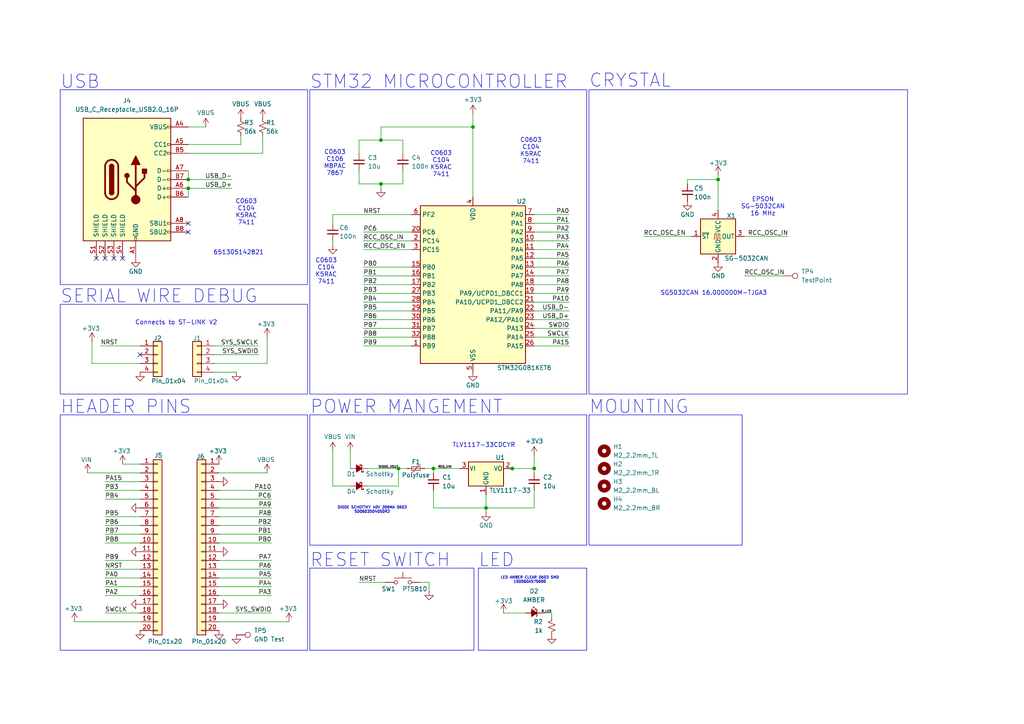
<source format=kicad_sch>
(kicad_sch (version 20231120) (generator "eeschema") (generator_version "8.0")
  (paper "A4")
  (title_block (title "RedPill STM32G0B1KET6 DevBoard") (date "2024-09-10") (rev "1.2") (company "Miguel Valencia Robotics"))
  (lib_symbols
    (symbol "Connector:TestPoint" (pin_numbers hide) (pin_names (offset 0.762) hide)
      (property "Reference" "TP" (at 0 6.858 0))
      (property "Value" "TestPoint" (at 0 5.08 0))
      (symbol "TestPoint_0_1"
        (circle (center 0 3.302) (radius 0.762))
      )
      (symbol "TestPoint_1_1"
        (pin passive line (at 0 0 90) (length 2.54) (name "1") (number "1"))
      )
    )
    (symbol "Connector:USB_C_Receptacle_USB2.0_16P" (pin_names (offset 1.016))
      (property "Reference" "J" (at 0 22.225 0))
      (property "Value" "USB_C_Receptacle_USB2.0_16P" (at 0 19.685 0))
      (symbol "USB_C_Receptacle_USB2.0_16P_0_0"
        (rectangle (start -0.254 -17.78) (end 0.254 -16.764))
        (rectangle (start 10.16 -14.986) (end 9.144 -15.494))
        (rectangle (start 10.16 -12.446) (end 9.144 -12.954))
        (rectangle (start 10.16 -4.826) (end 9.144 -5.334))
        (rectangle (start 10.16 -2.286) (end 9.144 -2.794))
        (rectangle (start 10.16 0.254) (end 9.144 -0.254))
        (rectangle (start 10.16 2.794) (end 9.144 2.286))
        (rectangle (start 10.16 7.874) (end 9.144 7.366))
        (rectangle (start 10.16 10.414) (end 9.144 9.906))
        (rectangle (start 10.16 15.494) (end 9.144 14.986))
      )
      (symbol "USB_C_Receptacle_USB2.0_16P_0_1"
        (rectangle (start -15.24 17.78) (end 10.16 -17.78) (stroke (width 0.254)) (fill (type background)))
        (arc (start -8.89 -3.81) (mid -6.985 -5.7067) (end -5.08 -3.81) (stroke (width 0.508)))
        (arc (start -7.62 -3.81) (mid -6.985 -4.4423) (end -6.35 -3.81) (stroke (width 0.254)))
        (arc (start -7.62 -3.81) (mid -6.985 -4.4423) (end -6.35 -3.81) (stroke (width 0.254)) (fill (type outline)))
        (rectangle (start -7.62 -3.81) (end -6.35 3.81) (stroke (width 0.254)) (fill (type outline)))
        (arc (start -6.35 3.81) (mid -6.985 4.4423) (end -7.62 3.81) (stroke (width 0.254)))
        (arc (start -6.35 3.81) (mid -6.985 4.4423) (end -7.62 3.81) (stroke (width 0.254)) (fill (type outline)))
        (arc (start -5.08 3.81) (mid -6.985 5.7067) (end -8.89 3.81) (stroke (width 0.508)))
        (circle (center -2.54 1.143) (radius 0.635) (stroke (width 0.254)) (fill (type outline)))
        (circle (center 0 -5.842) (radius 1.27) (fill (type outline)))
        (polyline (pts (xy -8.89 -3.81) (xy -8.89 3.81)) (stroke (width 0.508)))
        (polyline (pts (xy -5.08 3.81) (xy -5.08 -3.81)) (stroke (width 0.508)))
        (polyline (pts (xy 0 -5.842) (xy 0 4.318)) (stroke (width 0.508)))
        (polyline (pts (xy 0 -3.302) (xy -2.54 -0.762) (xy -2.54 0.508)) (stroke (width 0.508)))
        (polyline (pts (xy 0 -2.032) (xy 2.54 0.508) (xy 2.54 1.778)) (stroke (width 0.508)))
        (polyline (pts (xy -1.27 4.318) (xy 0 6.858) (xy 1.27 4.318) (xy -1.27 4.318)) (stroke (width 0.254)) (fill (type outline)))
        (rectangle (start 1.905 1.778) (end 3.175 3.048) (stroke (width 0.254)) (fill (type outline)))
      )
      (symbol "USB_C_Receptacle_USB2.0_16P_1_1"
        (pin passive line (at 0 -22.86 90) (length 5.08) (name "GND") (number "A1"))
        (pin passive line (at 0 -22.86 90) (length 5.08) hide (name "GND") (number "A12"))
        (pin passive line (at 15.24 15.24 180) (length 5.08) (name "VBUS") (number "A4"))
        (pin bidirectional line (at 15.24 10.16 180) (length 5.08) (name "CC1") (number "A5"))
        (pin bidirectional line (at 15.24 -2.54 180) (length 5.08) (name "D+") (number "A6"))
        (pin bidirectional line (at 15.24 2.54 180) (length 5.08) (name "D-") (number "A7"))
        (pin bidirectional line (at 15.24 -12.7 180) (length 5.08) (name "SBU1") (number "A8"))
        (pin passive line (at 15.24 15.24 180) (length 5.08) hide (name "VBUS") (number "A9"))
        (pin passive line (at 0 -22.86 90) (length 5.08) hide (name "GND") (number "B1"))
        (pin passive line (at 0 -22.86 90) (length 5.08) hide (name "GND") (number "B12"))
        (pin passive line (at 15.24 15.24 180) (length 5.08) hide (name "VBUS") (number "B4"))
        (pin bidirectional line (at 15.24 7.62 180) (length 5.08) (name "CC2") (number "B5"))
        (pin bidirectional line (at 15.24 -5.08 180) (length 5.08) (name "D+") (number "B6"))
        (pin bidirectional line (at 15.24 0 180) (length 5.08) (name "D-") (number "B7"))
        (pin bidirectional line (at 15.24 -15.24 180) (length 5.08) (name "SBU2") (number "B8"))
        (pin passive line (at 15.24 15.24 180) (length 5.08) hide (name "VBUS") (number "B9"))
        (pin passive line (at -11.43 -22.86 90) (length 5.08) (name "SHIELD") (number "S1"))
        (pin passive line (at -8.89 -22.86 90) (length 5.08) (name "SHIELD") (number "S2"))
        (pin passive line (at -6.35 -22.86 90) (length 5.08) (name "SHIELD") (number "S3"))
        (pin passive line (at -3.81 -22.86 90) (length 5.08) (name "SHIELD") (number "S4"))
      )
    )
    (symbol "Connector_Generic:Conn_01x04" (pin_names (offset 1.016) hide)
      (property "Reference" "J" (at 0 5.08 0))
      (property "Value" "Conn_01x04" (at 0 -7.62 0))
      (symbol "Conn_01x04_1_1"
        (rectangle (start -1.27 -4.953) (end 0 -5.207) (stroke (width 0.1524)))
        (rectangle (start -1.27 -2.413) (end 0 -2.667) (stroke (width 0.1524)))
        (rectangle (start -1.27 0.127) (end 0 -0.127) (stroke (width 0.1524)))
        (rectangle (start -1.27 2.667) (end 0 2.413) (stroke (width 0.1524)))
        (rectangle (start -1.27 3.81) (end 1.27 -6.35) (stroke (width 0.254)) (fill (type background)))
        (pin passive line (at -5.08 2.54 0) (length 3.81) (name "Pin_1") (number "1"))
        (pin passive line (at -5.08 0 0) (length 3.81) (name "Pin_2") (number "2"))
        (pin passive line (at -5.08 -2.54 0) (length 3.81) (name "Pin_3") (number "3"))
        (pin passive line (at -5.08 -5.08 0) (length 3.81) (name "Pin_4") (number "4"))
      )
    )
    (symbol "Connector_Generic:Conn_01x20" (pin_names (offset 1.016) hide)
      (property "Reference" "J" (at 0 25.4 0))
      (property "Value" "Conn_01x20" (at 0 -27.94 0))
      (symbol "Conn_01x20_1_1"
        (rectangle (start -1.27 -25.273) (end 0 -25.527) (stroke (width 0.1524)))
        (rectangle (start -1.27 -22.733) (end 0 -22.987) (stroke (width 0.1524)))
        (rectangle (start -1.27 -20.193) (end 0 -20.447) (stroke (width 0.1524)))
        (rectangle (start -1.27 -17.653) (end 0 -17.907) (stroke (width 0.1524)))
        (rectangle (start -1.27 -15.113) (end 0 -15.367) (stroke (width 0.1524)))
        (rectangle (start -1.27 -12.573) (end 0 -12.827) (stroke (width 0.1524)))
        (rectangle (start -1.27 -10.033) (end 0 -10.287) (stroke (width 0.1524)))
        (rectangle (start -1.27 -7.493) (end 0 -7.747) (stroke (width 0.1524)))
        (rectangle (start -1.27 -4.953) (end 0 -5.207) (stroke (width 0.1524)))
        (rectangle (start -1.27 -2.413) (end 0 -2.667) (stroke (width 0.1524)))
        (rectangle (start -1.27 0.127) (end 0 -0.127) (stroke (width 0.1524)))
        (rectangle (start -1.27 2.667) (end 0 2.413) (stroke (width 0.1524)))
        (rectangle (start -1.27 5.207) (end 0 4.953) (stroke (width 0.1524)))
        (rectangle (start -1.27 7.747) (end 0 7.493) (stroke (width 0.1524)))
        (rectangle (start -1.27 10.287) (end 0 10.033) (stroke (width 0.1524)))
        (rectangle (start -1.27 12.827) (end 0 12.573) (stroke (width 0.1524)))
        (rectangle (start -1.27 15.367) (end 0 15.113) (stroke (width 0.1524)))
        (rectangle (start -1.27 17.907) (end 0 17.653) (stroke (width 0.1524)))
        (rectangle (start -1.27 20.447) (end 0 20.193) (stroke (width 0.1524)))
        (rectangle (start -1.27 22.987) (end 0 22.733) (stroke (width 0.1524)))
        (rectangle (start -1.27 24.13) (end 1.27 -26.67) (stroke (width 0.254)) (fill (type background)))
        (pin passive line (at -5.08 22.86 0) (length 3.81) (name "Pin_1") (number "1"))
        (pin passive line (at -5.08 0 0) (length 3.81) (name "Pin_10") (number "10"))
        (pin passive line (at -5.08 -2.54 0) (length 3.81) (name "Pin_11") (number "11"))
        (pin passive line (at -5.08 -5.08 0) (length 3.81) (name "Pin_12") (number "12"))
        (pin passive line (at -5.08 -7.62 0) (length 3.81) (name "Pin_13") (number "13"))
        (pin passive line (at -5.08 -10.16 0) (length 3.81) (name "Pin_14") (number "14"))
        (pin passive line (at -5.08 -12.7 0) (length 3.81) (name "Pin_15") (number "15"))
        (pin passive line (at -5.08 -15.24 0) (length 3.81) (name "Pin_16") (number "16"))
        (pin passive line (at -5.08 -17.78 0) (length 3.81) (name "Pin_17") (number "17"))
        (pin passive line (at -5.08 -20.32 0) (length 3.81) (name "Pin_18") (number "18"))
        (pin passive line (at -5.08 -22.86 0) (length 3.81) (name "Pin_19") (number "19"))
        (pin passive line (at -5.08 20.32 0) (length 3.81) (name "Pin_2") (number "2"))
        (pin passive line (at -5.08 -25.4 0) (length 3.81) (name "Pin_20") (number "20"))
        (pin passive line (at -5.08 17.78 0) (length 3.81) (name "Pin_3") (number "3"))
        (pin passive line (at -5.08 15.24 0) (length 3.81) (name "Pin_4") (number "4"))
        (pin passive line (at -5.08 12.7 0) (length 3.81) (name "Pin_5") (number "5"))
        (pin passive line (at -5.08 10.16 0) (length 3.81) (name "Pin_6") (number "6"))
        (pin passive line (at -5.08 7.62 0) (length 3.81) (name "Pin_7") (number "7"))
        (pin passive line (at -5.08 5.08 0) (length 3.81) (name "Pin_8") (number "8"))
        (pin passive line (at -5.08 2.54 0) (length 3.81) (name "Pin_9") (number "9"))
      )
    )
    (symbol "Device:C_Small" (pin_numbers hide) (pin_names (offset 0.254) hide)
      (property "Reference" "C" (at 0.254 1.778 0))
      (property "Value" "C_Small" (at 0.254 -2.032 0))
      (symbol "C_Small_0_1"
        (polyline (pts (xy -1.524 -0.508) (xy 1.524 -0.508)) (stroke (width 0.3302)))
        (polyline (pts (xy -1.524 0.508) (xy 1.524 0.508)) (stroke (width 0.3048)))
      )
      (symbol "C_Small_1_1"
        (pin passive line (at 0 2.54 270) (length 2.032) (name "~") (number "1"))
        (pin passive line (at 0 -2.54 90) (length 2.032) (name "~") (number "2"))
      )
    )
    (symbol "Device:D_Schottky_Small_Filled" (pin_numbers hide) (pin_names (offset 0.254) hide)
      (property "Reference" "D" (at -1.27 2.032 0))
      (property "Value" "D_Schottky_Small_Filled" (at -7.112 -2.032 0))
      (symbol "D_Schottky_Small_Filled_0_1"
        (polyline (pts (xy -0.762 0) (xy 0.762 0)))
        (polyline (pts (xy 0.762 -1.016) (xy -0.762 0) (xy 0.762 1.016) (xy 0.762 -1.016)) (stroke (width 0.254)) (fill (type outline)))
        (polyline (pts (xy -1.27 0.762) (xy -1.27 1.016) (xy -0.762 1.016) (xy -0.762 -1.016) (xy -0.254 -1.016) (xy -0.254 -0.762)) (stroke (width 0.254)))
      )
      (symbol "D_Schottky_Small_Filled_1_1"
        (pin passive line (at -2.54 0 0) (length 1.778) (name "K") (number "1"))
        (pin passive line (at 2.54 0 180) (length 1.778) (name "A") (number "2"))
      )
    )
    (symbol "Device:LED_Small_Filled" (pin_numbers hide) (pin_names (offset 0.254) hide)
      (property "Reference" "D" (at -1.27 3.175 0))
      (property "Value" "LED_Small_Filled" (at -4.445 -2.54 0))
      (symbol "LED_Small_Filled_0_1"
        (polyline (pts (xy -0.762 -1.016) (xy -0.762 1.016)) (stroke (width 0.254)))
        (polyline (pts (xy 1.016 0) (xy -0.762 0)))
        (polyline (pts (xy 0.762 -1.016) (xy -0.762 0) (xy 0.762 1.016) (xy 0.762 -1.016)) (stroke (width 0.254)) (fill (type outline)))
        (polyline (pts (xy 0 0.762) (xy -0.508 1.27) (xy -0.254 1.27) (xy -0.508 1.27) (xy -0.508 1.016)))
        (polyline (pts (xy 0.508 1.27) (xy 0 1.778) (xy 0.254 1.778) (xy 0 1.778) (xy 0 1.524)))
      )
      (symbol "LED_Small_Filled_1_1"
        (pin passive line (at -2.54 0 0) (length 1.778) (name "K") (number "1"))
        (pin passive line (at 2.54 0 180) (length 1.778) (name "A") (number "2"))
      )
    )
    (symbol "Device:Polyfuse_Small" (pin_numbers hide) (pin_names (offset 0))
      (property "Reference" "F" (at -1.905 0 90))
      (property "Value" "Polyfuse_Small" (at 1.905 0 90))
      (symbol "Polyfuse_Small_0_1"
        (rectangle (start -0.508 1.27) (end 0.508 -1.27))
        (polyline (pts (xy 0 2.54) (xy 0 -2.54)))
        (polyline (pts (xy -1.016 1.27) (xy -1.016 0.762) (xy 1.016 -0.762) (xy 1.016 -1.27)))
      )
      (symbol "Polyfuse_Small_1_1"
        (pin passive line (at 0 2.54 270) (length 0.635) (name "~") (number "1"))
        (pin passive line (at 0 -2.54 90) (length 0.635) (name "~") (number "2"))
      )
    )
    (symbol "Device:R_Small_US" (pin_numbers hide) (pin_names (offset 0.254) hide)
      (property "Reference" "R" (at 0.762 0.508 0))
      (property "Value" "R_Small_US" (at 0.762 -1.016 0))
      (symbol "R_Small_US_1_1"
        (polyline (pts (xy 0 0) (xy 1.016 -0.381) (xy 0 -0.762) (xy -1.016 -1.143) (xy 0 -1.524)))
        (polyline (pts (xy 0 1.524) (xy 1.016 1.143) (xy 0 0.762) (xy -1.016 0.381) (xy 0 0)))
        (pin passive line (at 0 2.54 270) (length 1.016) (name "~") (number "1"))
        (pin passive line (at 0 -2.54 90) (length 1.016) (name "~") (number "2"))
      )
    )
    (symbol "MCU_ST_STM32G0:STM32G0B1KETx"
      (property "Reference" "U" (at -15.24 24.13 0))
      (property "Value" "STM32G0B1KETx" (at 2.54 24.13 0))
      (symbol "STM32G0B1KETx_0_1"
        (rectangle (start -15.24 -22.86) (end 15.24 22.86) (stroke (width 0.254)) (fill (type background)))
      )
      (symbol "STM32G0B1KETx_1_1"
        (pin bidirectional line (at -17.78 -17.78 0) (length 2.54) (name "PB9") (number "1"))
        (pin bidirectional line (at 17.78 12.7 180) (length 2.54) (name "PA3") (number "10"))
        (pin bidirectional line (at 17.78 10.16 180) (length 2.54) (name "PA4") (number "11"))
        (pin bidirectional line (at 17.78 7.62 180) (length 2.54) (name "PA5") (number "12"))
        (pin bidirectional line (at 17.78 5.08 180) (length 2.54) (name "PA6") (number "13"))
        (pin bidirectional line (at 17.78 2.54 180) (length 2.54) (name "PA7") (number "14"))
        (pin bidirectional line (at -17.78 5.08 0) (length 2.54) (name "PB0") (number "15"))
        (pin bidirectional line (at -17.78 2.54 0) (length 2.54) (name "PB1") (number "16"))
        (pin bidirectional line (at -17.78 0 0) (length 2.54) (name "PB2") (number "17"))
        (pin bidirectional line (at 17.78 0 180) (length 2.54) (name "PA8") (number "18"))
        (pin bidirectional line (at 17.78 -2.54 180) (length 2.54) (name "PA9/UCPD1_DBCC1") (number "19"))
        (pin bidirectional line (at -17.78 12.7 0) (length 2.54) (name "PC14") (number "2"))
        (pin bidirectional line (at -17.78 15.24 0) (length 2.54) (name "PC6") (number "20"))
        (pin bidirectional line (at 17.78 -5.08 180) (length 2.54) (name "PA10/UCPD1_DBCC2") (number "21"))
        (pin bidirectional line (at 17.78 -7.62 180) (length 2.54) (name "PA11/PA9") (number "22"))
        (pin bidirectional line (at 17.78 -10.16 180) (length 2.54) (name "PA12/PA10") (number "23"))
        (pin bidirectional line (at 17.78 -12.7 180) (length 2.54) (name "PA13") (number "24"))
        (pin bidirectional line (at 17.78 -15.24 180) (length 2.54) (name "PA14") (number "25"))
        (pin bidirectional line (at 17.78 -17.78 180) (length 2.54) (name "PA15") (number "26"))
        (pin bidirectional line (at -17.78 -2.54 0) (length 2.54) (name "PB3") (number "27"))
        (pin bidirectional line (at -17.78 -5.08 0) (length 2.54) (name "PB4") (number "28"))
        (pin bidirectional line (at -17.78 -7.62 0) (length 2.54) (name "PB5") (number "29"))
        (pin bidirectional line (at -17.78 10.16 0) (length 2.54) (name "PC15") (number "3"))
        (pin bidirectional line (at -17.78 -10.16 0) (length 2.54) (name "PB6") (number "30"))
        (pin bidirectional line (at -17.78 -12.7 0) (length 2.54) (name "PB7") (number "31"))
        (pin bidirectional line (at -17.78 -15.24 0) (length 2.54) (name "PB8") (number "32"))
        (pin power_in line (at 0 25.4 270) (length 2.54) (name "VDD") (number "4"))
        (pin power_in line (at 0 -25.4 90) (length 2.54) (name "VSS") (number "5"))
        (pin bidirectional line (at -17.78 20.32 0) (length 2.54) (name "PF2") (number "6"))
        (pin bidirectional line (at 17.78 20.32 180) (length 2.54) (name "PA0") (number "7"))
        (pin bidirectional line (at 17.78 17.78 180) (length 2.54) (name "PA1") (number "8"))
        (pin bidirectional line (at 17.78 15.24 180) (length 2.54) (name "PA2") (number "9"))
      )
    )
    (symbol "Mechanical:MountingHole" (pin_names (offset 1.016)) (exclude_from_sim yes) (in_bom no)
      (property "Reference" "H" (at 0 5.08 0))
      (property "Value" "MountingHole" (at 0 3.175 0))
      (symbol "MountingHole_0_1"
        (circle (center 0 0) (radius 1.27) (stroke (width 1.27)))
      )
    )
    (symbol "Oscillator:SG-5032CAN" (pin_names (offset 0.254))
      (property "Reference" "X" (at -5.08 6.35 0))
      (property "Value" "SG-5032CAN" (at 1.27 -6.35 0))
      (symbol "SG-5032CAN_0_1"
        (rectangle (start -5.08 5.08) (end 5.08 -5.08) (stroke (width 0.254)) (fill (type background)))
        (polyline (pts (xy -1.27 -0.762) (xy -1.016 -0.762) (xy -1.016 0.762) (xy -0.508 0.762) (xy -0.508 -0.762) (xy 0 -0.762) (xy 0 0.762) (xy 0.508 0.762) (xy 0.508 -0.762) (xy 0.762 -0.762)))
      )
      (symbol "SG-5032CAN_1_1"
        (pin input line (at -7.62 0 0) (length 2.54) (name "~{ST}") (number "1"))
        (pin power_in line (at 0 -7.62 90) (length 2.54) (name "GND") (number "2"))
        (pin output line (at 7.62 0 180) (length 2.54) (name "OUT") (number "3"))
        (pin power_in line (at 0 7.62 270) (length 2.54) (name "VCC") (number "4"))
      )
    )
    (symbol "Regulator_Linear:TLV1117-33" (pin_names (offset 0.254))
      (property "Reference" "U" (at -3.81 3.175 0))
      (property "Value" "TLV1117-33" (at 0 3.175 0))
      (symbol "TLV1117-33_0_1"
        (rectangle (start -5.08 -5.08) (end 5.08 1.905) (stroke (width 0.254)) (fill (type background)))
      )
      (symbol "TLV1117-33_1_1"
        (pin power_in line (at 0 -7.62 90) (length 2.54) (name "GND") (number "1"))
        (pin power_out line (at 7.62 0 180) (length 2.54) (name "VO") (number "2"))
        (pin power_in line (at -7.62 0 0) (length 2.54) (name "VI") (number "3"))
      )
    )
    (symbol "Switch:SW_Push" (pin_numbers hide) (pin_names (offset 1.016) hide)
      (property "Reference" "SW" (at 1.27 2.54 0))
      (property "Value" "SW_Push" (at 0 -1.524 0))
      (symbol "SW_Push_0_1"
        (circle (center -2.032 0) (radius 0.508))
        (polyline (pts (xy 0 1.27) (xy 0 3.048)))
        (polyline (pts (xy 2.54 1.27) (xy -2.54 1.27)))
        (circle (center 2.032 0) (radius 0.508))
        (pin passive line (at -5.08 0 0) (length 2.54) (name "1") (number "1"))
        (pin passive line (at 5.08 0 180) (length 2.54) (name "2") (number "2"))
      )
    )
    (symbol "power:+3V3" (power) (pin_numbers hide) (pin_names (offset 0) hide)
      (property "Value" "+3V3" (at 0 3.556 0))
      (symbol "+3V3_0_1"
        (polyline (pts (xy -0.762 1.27) (xy 0 2.54)))
        (polyline (pts (xy 0 0) (xy 0 2.54)))
        (polyline (pts (xy 0 2.54) (xy 0.762 1.27)))
      )
      (symbol "+3V3_1_1"
        (pin power_in line (at 0 0 90) (length 0) (name "~") (number "1"))
      )
    )
    (symbol "power:GND" (power) (pin_numbers hide) (pin_names (offset 0) hide)
      (property "Value" "GND" (at 0 -3.81 0))
      (symbol "GND_0_1"
        (polyline (pts (xy 0 0) (xy 0 -1.27) (xy 1.27 -1.27) (xy 0 -2.54) (xy -1.27 -1.27) (xy 0 -1.27)))
      )
      (symbol "GND_1_1"
        (pin power_in line (at 0 0 270) (length 0) (name "~") (number "1"))
      )
    )
  )
  (junction (at 110.49 53.34))
  (junction (at 140.97 147.32))
  (junction (at 148.59 135.89))
  (junction (at 154.94 135.89))
  (junction (at 125.73 135.89))
  (junction (at 54.61 52.07))
  (junction (at 208.28 52.07))
  (junction (at 137.16 36.83))
  (junction (at 115.57 135.89))
  (junction (at 54.61 54.61))
  (junction (at 110.49 40.64))
  (no_connect (at 40.64 102.87))
  (no_connect (at 54.61 64.77))
  (no_connect (at 35.56 74.93))
  (no_connect (at 27.94 74.93))
  (no_connect (at 54.61 67.31))
  (no_connect (at 33.02 74.93))
  (no_connect (at 30.48 74.93))
  (wire (pts (xy 63.5 152.4) (xy 78.74 152.4)))
  (wire (pts (xy 148.59 135.89) (xy 154.94 135.89)))
  (wire (pts (xy 154.94 142.24) (xy 154.94 147.32)))
  (wire (pts (xy 62.23 102.87) (xy 74.93 102.87)))
  (wire (pts (xy 62.23 105.41) (xy 77.47 105.41)))
  (wire (pts (xy 165.1 82.55) (xy 154.94 82.55)))
  (wire (pts (xy 105.41 90.17) (xy 119.38 90.17)))
  (wire (pts (xy 105.41 92.71) (xy 119.38 92.71)))
  (wire (pts (xy 115.57 140.97) (xy 115.57 135.89)))
  (wire (pts (xy 154.94 64.77) (xy 165.1 64.77)))
  (wire (pts (xy 104.14 40.64) (xy 110.49 40.64)))
  (wire (pts (xy 110.49 54.61) (xy 110.49 53.34)))
  (wire (pts (xy 116.84 49.53) (xy 116.84 53.34)))
  (wire (pts (xy 154.94 85.09) (xy 165.1 85.09)))
  (wire (pts (xy 105.41 80.01) (xy 119.38 80.01)))
  (wire (pts (xy 146.05 177.8) (xy 152.4 177.8)))
  (wire (pts (xy 29.21 100.33) (xy 40.64 100.33)))
  (wire (pts (xy 30.48 149.86) (xy 40.64 149.86)))
  (wire (pts (xy 63.5 165.1) (xy 78.74 165.1)))
  (wire (pts (xy 140.97 148.59) (xy 140.97 147.32)))
  (wire (pts (xy 105.41 95.25) (xy 119.38 95.25)))
  (wire (pts (xy 115.57 135.89) (xy 118.11 135.89)))
  (wire (pts (xy 105.41 67.31) (xy 119.38 67.31)))
  (wire (pts (xy 54.61 54.61) (xy 67.31 54.61)))
  (wire (pts (xy 26.67 105.41) (xy 40.64 105.41)))
  (wire (pts (xy 137.16 33.02) (xy 137.16 36.83)))
  (wire (pts (xy 105.41 69.85) (xy 119.38 69.85)))
  (wire (pts (xy 54.61 49.53) (xy 54.61 52.07)))
  (wire (pts (xy 30.48 157.48) (xy 40.64 157.48)))
  (wire (pts (xy 140.97 147.32) (xy 154.94 147.32)))
  (wire (pts (xy 63.5 177.8) (xy 78.74 177.8)))
  (wire (pts (xy 77.47 97.79) (xy 77.47 105.41)))
  (wire (pts (xy 74.93 100.33) (xy 62.23 100.33)))
  (wire (pts (xy 54.61 41.91) (xy 69.85 41.91)))
  (wire (pts (xy 105.41 85.09) (xy 119.38 85.09)))
  (wire (pts (xy 228.6 68.58) (xy 215.9 68.58)))
  (wire (pts (xy 68.58 107.95) (xy 62.23 107.95)))
  (wire (pts (xy 165.1 62.23) (xy 154.94 62.23)))
  (wire (pts (xy 21.59 180.34) (xy 40.64 180.34)))
  (wire (pts (xy 125.73 135.89) (xy 125.73 137.16)))
  (wire (pts (xy 110.49 53.34) (xy 104.14 53.34)))
  (wire (pts (xy 30.48 139.7) (xy 40.64 139.7)))
  (wire (pts (xy 165.1 74.93) (xy 154.94 74.93)))
  (wire (pts (xy 105.41 72.39) (xy 119.38 72.39)))
  (wire (pts (xy 154.94 97.79) (xy 165.1 97.79)))
  (wire (pts (xy 154.94 90.17) (xy 165.1 90.17)))
  (wire (pts (xy 165.1 69.85) (xy 154.94 69.85)))
  (wire (pts (xy 96.52 71.12) (xy 96.52 69.85)))
  (wire (pts (xy 26.67 105.41) (xy 26.67 99.06)))
  (wire (pts (xy 160.02 177.8) (xy 160.02 179.07)))
  (wire (pts (xy 78.74 142.24) (xy 63.5 142.24)))
  (wire (pts (xy 54.61 52.07) (xy 67.31 52.07)))
  (wire (pts (xy 104.14 53.34) (xy 104.14 49.53)))
  (wire (pts (xy 123.19 135.89) (xy 125.73 135.89)))
  (wire (pts (xy 30.48 152.4) (xy 40.64 152.4)))
  (wire (pts (xy 125.73 142.24) (xy 125.73 147.32)))
  (wire (pts (xy 110.49 36.83) (xy 137.16 36.83)))
  (wire (pts (xy 30.48 165.1) (xy 40.64 165.1)))
  (wire (pts (xy 83.82 180.34) (xy 63.5 180.34)))
  (wire (pts (xy 69.85 41.91) (xy 69.85 39.37)))
  (wire (pts (xy 101.6 135.89) (xy 101.6 130.81)))
  (wire (pts (xy 96.52 62.23) (xy 119.38 62.23)))
  (wire (pts (xy 140.97 147.32) (xy 140.97 143.51)))
  (wire (pts (xy 63.5 167.64) (xy 78.74 167.64)))
  (wire (pts (xy 165.1 72.39) (xy 154.94 72.39)))
  (wire (pts (xy 154.94 95.25) (xy 165.1 95.25)))
  (wire (pts (xy 30.48 142.24) (xy 40.64 142.24)))
  (wire (pts (xy 63.5 170.18) (xy 78.74 170.18)))
  (wire (pts (xy 125.73 135.89) (xy 133.35 135.89)))
  (wire (pts (xy 76.2 39.37) (xy 76.2 44.45)))
  (wire (pts (xy 106.68 140.97) (xy 115.57 140.97)))
  (wire (pts (xy 96.52 130.81) (xy 96.52 140.97)))
  (wire (pts (xy 154.94 132.08) (xy 154.94 135.89)))
  (wire (pts (xy 59.69 36.83) (xy 54.61 36.83)))
  (wire (pts (xy 208.28 50.8) (xy 208.28 52.07)))
  (wire (pts (xy 116.84 40.64) (xy 116.84 44.45)))
  (wire (pts (xy 63.5 154.94) (xy 78.74 154.94)))
  (wire (pts (xy 106.68 135.89) (xy 115.57 135.89)))
  (wire (pts (xy 63.5 147.32) (xy 78.74 147.32)))
  (wire (pts (xy 63.5 162.56) (xy 78.74 162.56)))
  (wire (pts (xy 186.69 68.58) (xy 200.66 68.58)))
  (wire (pts (xy 154.94 92.71) (xy 165.1 92.71)))
  (wire (pts (xy 154.94 67.31) (xy 165.1 67.31)))
  (wire (pts (xy 25.4 137.16) (xy 40.64 137.16)))
  (wire (pts (xy 105.41 77.47) (xy 119.38 77.47)))
  (wire (pts (xy 63.5 149.86) (xy 78.74 149.86)))
  (wire (pts (xy 154.94 135.89) (xy 154.94 137.16)))
  (wire (pts (xy 105.41 87.63) (xy 119.38 87.63)))
  (wire (pts (xy 30.48 162.56) (xy 40.64 162.56)))
  (wire (pts (xy 30.48 172.72) (xy 40.64 172.72)))
  (wire (pts (xy 63.5 172.72) (xy 78.74 172.72)))
  (wire (pts (xy 208.28 52.07) (xy 208.28 60.96)))
  (wire (pts (xy 105.41 97.79) (xy 119.38 97.79)))
  (wire (pts (xy 124.46 168.91) (xy 121.92 168.91)))
  (wire (pts (xy 165.1 80.01) (xy 154.94 80.01)))
  (wire (pts (xy 208.28 52.07) (xy 199.39 52.07)))
  (wire (pts (xy 63.5 157.48) (xy 78.74 157.48)))
  (wire (pts (xy 35.56 134.62) (xy 40.64 134.62)))
  (wire (pts (xy 137.16 36.83) (xy 137.16 57.15)))
  (wire (pts (xy 110.49 40.64) (xy 110.49 36.83)))
  (wire (pts (xy 124.46 171.45) (xy 124.46 168.91)))
  (wire (pts (xy 165.1 77.47) (xy 154.94 77.47)))
  (wire (pts (xy 30.48 144.78) (xy 40.64 144.78)))
  (wire (pts (xy 63.5 144.78) (xy 78.74 144.78)))
  (wire (pts (xy 165.1 87.63) (xy 154.94 87.63)))
  (wire (pts (xy 105.41 82.55) (xy 119.38 82.55)))
  (wire (pts (xy 30.48 154.94) (xy 40.64 154.94)))
  (wire (pts (xy 96.52 140.97) (xy 101.6 140.97)))
  (wire (pts (xy 157.48 177.8) (xy 160.02 177.8)))
  (wire (pts (xy 147.32 135.89) (xy 148.59 135.89)))
  (wire (pts (xy 199.39 52.07) (xy 199.39 53.34)))
  (wire (pts (xy 215.9 80.01) (xy 227.33 80.01)))
  (wire (pts (xy 30.48 177.8) (xy 40.64 177.8)))
  (wire (pts (xy 125.73 147.32) (xy 140.97 147.32)))
  (wire (pts (xy 76.2 44.45) (xy 54.61 44.45)))
  (wire (pts (xy 30.48 170.18) (xy 40.64 170.18)))
  (wire (pts (xy 54.61 54.61) (xy 54.61 57.15)))
  (wire (pts (xy 104.14 168.91) (xy 111.76 168.91)))
  (wire (pts (xy 116.84 53.34) (xy 110.49 53.34)))
  (wire (pts (xy 96.52 64.77) (xy 96.52 62.23)))
  (wire (pts (xy 105.41 100.33) (xy 119.38 100.33)))
  (wire (pts (xy 110.49 40.64) (xy 116.84 40.64)))
  (wire (pts (xy 30.48 167.64) (xy 40.64 167.64)))
  (wire (pts (xy 165.1 100.33) (xy 154.94 100.33)))
  (wire (pts (xy 104.14 44.45) (xy 104.14 40.64)))
  (wire (pts (xy 63.5 137.16) (xy 77.47 137.16)))
  (rectangle (start 89.8525 164.7825) (end 137.4775 188.595))
  (rectangle (start 17.4625 88.265) (end 89.2175 114.3))
  (rectangle (start 17.4625 120.3325) (end 89.2175 188.595))
  (rectangle (start 89.8525 26.035) (end 170.18 114.3))
  (rectangle (start 89.8525 120.3325) (end 170.18 158.115))
  (rectangle (start 138.7475 164.7825) (end 170.18 188.595))
  (rectangle (start 170.815 26.035) (end 263.2075 114.3))
  (rectangle (start 170.815 120.3325) (end 215.265 158.115))
  (rectangle (start 17.4625 26.035) (end 89.2175 82.55))
  (text "651305142821" (at 69.215 73.3425 0) (effects (font (size 1.27 1.27))))
  (text "Connects to ST-LINK V2" (at 51.1175 93.6625 0) (effects (font (size 1.27 1.27))))
  (text "MOUNTING" (at 170.815 120.3325 0) (effects (font (size 3.81 3.81)) (justify left bottom)))
  (text "LED AMBER CLEAR 0603 SMD\n150060AS75000" (at 153.67 168.275 0) (effects (font (size 0.762 0.762))))
  (text "STM32 MICROCONTROLLER" (at 89.8525 26.035 0) (effects (font (size 3.81 3.81)) (justify left bottom)))
  (text "SG5032CAN 16.000000M-TJGA3" (at 207.01 85.09 0) (effects (font (size 1.27 1.27))))
  (text "SERIAL WIRE DEBUG" (at 17.4625 88.265 0) (effects (font (size 3.81 3.81)) (justify left bottom)))
  (text "DIODE SCHOTTKY 40V 200MA 0603\nSD0603S040S0R2" (at 107.95 147.955 0) (effects (font (size 0.762 0.762))))
  (text "EPSON\nSG-5032CAN\n16 MHz" (at 221.2975 60.0075 0) (effects (font (size 1.27 1.27))))
  (text "RESET SWITCH" (at 89.8525 164.7825 0) (effects (font (size 3.81 3.81)) (justify left bottom)))
  (text "USB" (at 17.4625 26.035 0) (effects (font (size 3.81 3.81)) (justify left bottom)))
  (text "C0603\nC104\nK5RAC\n7411" (at 127.9525 47.625 0) (effects (font (size 1.27 1.27))))
  (text "TLV1117-33CDCYR" (at 140.335 129.2225 0) (effects (font (size 1.27 1.27))))
  (text "CRYSTAL" (at 170.815 25.7175 0) (effects (font (size 3.81 3.81)) (justify left bottom)))
  (text "HEADER PINS" (at 17.4625 120.3325 0) (effects (font (size 3.81 3.81)) (justify left bottom)))
  (text "POWER MANGEMENT" (at 89.8525 120.3325 0) (effects (font (size 3.81 3.81)) (justify left bottom)))
  (text "C0603\nC104\nK5RAC\n7411" (at 94.615 78.74 0) (effects (font (size 1.27 1.27))))
  (text "C0603\nC106\nM8PAC\n7867" (at 97.155 47.3075 0) (effects (font (size 1.27 1.27))))
  (text "C0603\nC104\nK5RAC\n7411" (at 153.9875 43.815 0) (effects (font (size 1.27 1.27))))
  (text "LED" (at 138.7475 164.7825 0) (effects (font (size 3.81 3.81)) (justify left bottom)))
  (text "C0603\nC104\nK5RAC\n7411" (at 71.4375 61.595 0) (effects (font (size 1.27 1.27))))
  (label "USB_D-" (at 165.1 90.17 180))
  (label "PB9" (at 105.41 100.33 0))
  (label "PA7" (at 165.1 80.01 180))
  (label "PA0" (at 30.48 167.64 0))
  (label "PB6" (at 30.48 152.4 0))
  (label "PB8" (at 105.41 97.79 0))
  (label "PB3" (at 30.48 142.24 0))
  (label "PB5" (at 30.48 149.86 0))
  (label "PA7" (at 78.74 162.56 180))
  (label "PB5" (at 105.41 90.17 0))
  (label "SYS_SWDIO" (at 74.93 102.87 180))
  (label "PA5" (at 165.1 74.93 180))
  (label "PA1" (at 165.1 64.77 180))
  (label "PB2" (at 105.41 82.55 0))
  (label "USB_D+" (at 165.1 92.71 180))
  (label "PC6" (at 78.74 144.78 180))
  (label "RCC_OSC_IN" (at 105.41 69.85 0))
  (label "PA2" (at 30.48 172.72 0))
  (label "PA10" (at 78.74 142.24 180))
  (label "PA9" (at 78.74 147.32 180))
  (label "SYS_SWDIO" (at 78.74 177.8 180))
  (label "PB6" (at 105.41 92.71 0))
  (label "PA10" (at 165.1 87.63 180))
  (label "PB3" (at 105.41 85.09 0))
  (label "PA6" (at 165.1 77.47 180))
  (label "PA8" (at 165.1 82.55 180))
  (label "SWCLK" (at 30.48 177.8 0))
  (label "PA3" (at 78.74 172.72 180))
  (label "NRST" (at 105.41 62.23 0))
  (label "NRST" (at 30.48 165.1 0))
  (label "USB_D-" (at 67.31 52.07 180))
  (label "PA1" (at 30.48 170.18 0))
  (label "PB1" (at 78.74 154.94 180))
  (label "RCC_OSC_IN" (at 228.6 68.58 180))
  (label "PB7" (at 30.48 154.94 0))
  (label "PA3" (at 165.1 69.85 180))
  (label "SYS_SWCLK" (at 74.93 100.33 180))
  (label "PB4" (at 105.41 87.63 0))
  (label "RCC_OSC_IN" (at 215.9 80.01 0))
  (label "PA4" (at 165.1 72.39 180))
  (label "RCC_OSC_EN" (at 186.69 68.58 0))
  (label "PA6" (at 78.74 165.1 180))
  (label "PB8" (at 30.48 157.48 0))
  (label "PB9" (at 30.48 162.56 0))
  (label "PB0" (at 78.74 157.48 180))
  (label "PA15" (at 30.48 139.7 0))
  (label "PB1" (at 105.41 80.01 0))
  (label "PB0" (at 105.41 77.47 0))
  (label "PC6" (at 105.41 67.31 0))
  (label "PA4" (at 78.74 170.18 180))
  (label "PA2" (at 165.1 67.31 180))
  (label "RCC_OSC_EN" (at 105.41 72.39 0))
  (label "USB_D+" (at 67.31 54.61 180))
  (label "REG_VIN" (at 127 135.89 0) (effects (font (size 0.635 0.635))))
  (label "NRST" (at 29.21 100.33 0))
  (label "PB2" (at 78.74 152.4 180))
  (label "PB4" (at 30.48 144.78 0))
  (label "R_LED" (at 160.02 177.8 180) (effects (font (size 0.635 0.635))))
  (label "PB7" (at 105.41 95.25 0))
  (label "PA0" (at 165.1 62.23 180))
  (label "PA15" (at 165.1 100.33 180))
  (label "PA9" (at 165.1 85.09 180))
  (label "SWCLK" (at 165.1 97.79 180))
  (label "DIODE_VOUT" (at 115.57 135.89 180) (effects (font (size 0.635 0.635))))
  (label "SWDIO" (at 165.1 95.25 180))
  (label "PA5" (at 78.74 167.64 180))
  (label "PA8" (at 78.74 149.86 180))
  (label "NRST" (at 104.14 168.91 0))
  (symbol (lib_id "Connector_Generic:Conn_01x20") (at 58.42 157.48 0) (mirror y) (unit 1)
    (property "Reference" "J6" (at 59.3725 132.3975 0) (effects (justify left)))
    (property "Value" "Pin_01x20" (at 55.5625 186.055 0) (effects (justify right)))
    (property "Footprint" "Connector_PinHeader_2.54mm:PinHeader_1x20_P2.54mm_Vertical" (effects (hide yes)))
    (property "Description" "Generic connector, single row, 01x20, script generated (kicad-library-utils/schlib/autogen/connector/)" (effects (hide yes)))
  )
  (symbol (lib_id "Device:LED_Small_Filled") (at 154.94 177.8 0) (mirror y) (unit 1)
    (property "Reference" "D2" (at 154.8765 171.45 0))
    (property "Value" "AMBER" (at 154.8765 173.99 0))
    (property "Footprint" "LED_SMD:LED_0603_1608Metric_Pad1.05x0.95mm_HandSolder" (effects (hide yes)))
    (property "Description" "Light emitting diode, small symbol, filled shape" (effects (hide yes)))
  )
  (symbol (lib_id "power:+3V3") (at 26.67 99.06 0) (unit 1)
    (property "Reference" "#PWR035" (effects (hide yes)))
    (property "Value" "+3V3" (at 26.3525 95.25 0))
    (property "Description" "Power symbol creates a global label with name \"+3V3\"" (effects (hide yes)))
  )
  (symbol (lib_id "Connector:TestPoint") (at 68.58 184.15 270) (unit 1)
    (property "Reference" "TP5" (at 73.66 182.8799 90) (effects (justify left)))
    (property "Value" "GND Test" (at 73.66 185.4199 90) (effects (justify left)))
    (property "Footprint" "TestPoint:TestPoint_THTPad_D4.0mm_Drill2.0mm" (effects (hide yes)))
    (property "Description" "test point" (effects (hide yes)))
  )
  (symbol (lib_id "power:GND") (at 40.64 175.26 270) (unit 1)
    (property "Reference" "#PWR02" (effects (hide yes)))
    (property "Value" "GND" (effects (hide yes)))
    (property "Description" "Power symbol creates a global label with name \"GND\" , ground" (effects (hide yes)))
  )
  (symbol (lib_id "power:+3V3") (at 25.4 137.16 0) (unit 1)
    (property "Reference" "#PWR08" (effects (hide yes)))
    (property "Value" "VIN" (at 25.0825 133.35 0))
    (property "Description" "Power symbol creates a global label with name \"+3V3\"" (effects (hide yes)))
  )
  (symbol (lib_id "power:GND") (at 40.64 147.32 270) (unit 1)
    (property "Reference" "#PWR037" (effects (hide yes)))
    (property "Value" "GND" (effects (hide yes)))
    (property "Description" "Power symbol creates a global label with name \"GND\" , ground" (effects (hide yes)))
  )
  (symbol (lib_id "Connector:USB_C_Receptacle_USB2.0_16P") (at 39.37 52.07 0) (unit 1)
    (property "Reference" "J4" (at 36.83 29.21 0))
    (property "Value" "USB_C_Receptacle_USB2.0_16P" (at 36.83 31.75 0))
    (property "Footprint" "Connector_USB:USB_C_Receptacle_GCT_USB4105-xx-A_16P_TopMnt_Horizontal" (effects (hide yes)))
    (property "Datasheet" "https://www.usb.org/sites/default/files/documents/usb_type-c.zip" (effects (hide yes)))
    (property "Description" "USB 2.0-only 16P Type-C Receptacle connector" (effects (hide yes)))
  )
  (symbol (lib_id "Mechanical:MountingHole") (at 175.26 130.81 0) (unit 1) (exclude_from_sim yes) (in_bom no)
    (property "Reference" "H1" (at 177.8 129.5399 0) (effects (justify left)))
    (property "Value" "M2_2.2mm_TL" (at 177.8 132.0799 0) (effects (justify left)))
    (property "Footprint" "MountingHole:MountingHole_2.2mm_M2" (effects (hide yes)))
    (property "Description" "Mounting Hole without connection" (effects (hide yes)))
  )
  (symbol (lib_id "Device:C_Small") (at 154.94 139.7 0) (unit 1)
    (property "Reference" "C2" (at 157.48 138.4362 0) (effects (justify left)))
    (property "Value" "10u" (at 157.48 140.9762 0) (effects (justify left)))
    (property "Footprint" "Capacitor_SMD:C_0603_1608Metric_Pad1.08x0.95mm_HandSolder" (effects (hide yes)))
    (property "Description" "Unpolarized capacitor, small symbol" (effects (hide yes)))
  )
  (symbol (lib_id "power:GND") (at 63.5 139.7 90) (unit 1)
    (property "Reference" "#PWR018" (effects (hide yes)))
    (property "Value" "GND" (effects (hide yes)))
    (property "Description" "Power symbol creates a global label with name \"GND\" , ground" (effects (hide yes)))
  )
  (symbol (lib_id "power:GND") (at 160.02 184.15 0) (mirror y) (unit 1)
    (property "Reference" "#PWR030" (effects (hide yes)))
    (property "Value" "GND" (effects (hide yes)))
    (property "Description" "Power symbol creates a global label with name \"GND\" , ground" (effects (hide yes)))
  )
  (symbol (lib_id "power:GND") (at 68.58 184.15 0) (unit 1)
    (property "Reference" "#PWR010" (effects (hide yes)))
    (property "Value" "GND" (effects (hide yes)))
    (property "Description" "Power symbol creates a global label with name \"GND\" , ground" (effects (hide yes)))
  )
  (symbol (lib_id "power:+3V3") (at 35.56 134.62 0) (unit 1)
    (property "Reference" "#PWR09" (effects (hide yes)))
    (property "Value" "+3V3" (at 35.2425 130.81 0))
    (property "Description" "Power symbol creates a global label with name \"+3V3\"" (effects (hide yes)))
  )
  (symbol (lib_id "power:+3V3") (at 96.52 130.81 0) (unit 1)
    (property "Reference" "#PWR029" (effects (hide yes)))
    (property "Value" "VBUS" (at 96.52 126.6825 0))
    (property "Description" "Power symbol creates a global label with name \"+3V3\"" (effects (hide yes)))
  )
  (symbol (lib_id "Device:R_Small_US") (at 69.85 36.83 180) (unit 1)
    (property "Reference" "R3" (at 70.8025 35.56 0) (effects (justify right)))
    (property "Value" "56k" (at 70.8025 38.1 0) (effects (justify right)))
    (property "Footprint" "Resistor_SMD:R_1206_3216Metric" (effects (hide yes)))
    (property "Description" "Resistor, small US symbol" (effects (hide yes)))
  )
  (symbol (lib_id "Device:R_Small_US") (at 76.2 36.83 180) (unit 1)
    (property "Reference" "R1" (at 77.1525 35.56 0) (effects (justify right)))
    (property "Value" "56k" (at 77.1525 38.1 0) (effects (justify right)))
    (property "Footprint" "Resistor_SMD:R_1206_3216Metric" (effects (hide yes)))
    (property "Description" "Resistor, small US symbol" (effects (hide yes)))
  )
  (symbol (lib_id "power:GND") (at 40.64 182.88 0) (unit 1)
    (property "Reference" "#PWR032" (effects (hide yes)))
    (property "Value" "GND" (effects (hide yes)))
    (property "Description" "Power symbol creates a global label with name \"GND\" , ground" (effects (hide yes)))
  )
  (symbol (lib_id "Device:R_Small_US") (at 160.02 181.61 0) (mirror x) (unit 1)
    (property "Reference" "R2" (at 157.48 180.3399 0) (effects (justify right)))
    (property "Value" "1k" (at 157.48 182.8799 0) (effects (justify right)))
    (property "Footprint" "Resistor_SMD:R_0603_1608Metric_Pad0.98x0.95mm_HandSolder" (effects (hide yes)))
    (property "Description" "Resistor, small US symbol" (effects (hide yes)))
  )
  (symbol (lib_id "power:+3V3") (at 101.6 130.81 0) (unit 1)
    (property "Reference" "#PWR07" (effects (hide yes)))
    (property "Value" "VIN" (at 101.6 126.6825 0))
    (property "Description" "Power symbol creates a global label with name \"+3V3\"" (effects (hide yes)))
  )
  (symbol (lib_id "power:+3V3") (at 76.2 34.29 0) (unit 1)
    (property "Reference" "#PWR013" (effects (hide yes)))
    (property "Value" "VBUS" (at 76.2 30.1625 0))
    (property "Description" "Power symbol creates a global label with name \"+3V3\"" (effects (hide yes)))
  )
  (symbol (lib_id "Connector:TestPoint") (at 227.33 80.01 270) (unit 1)
    (property "Reference" "TP4" (at 232.41 78.7399 90) (effects (justify left)))
    (property "Value" "TestPoint" (at 232.41 81.2799 90) (effects (justify left)))
    (property "Footprint" "TestPoint:TestPoint_THTPad_D1.0mm_Drill0.5mm" (effects (hide yes)))
    (property "Description" "test point" (effects (hide yes)))
  )
  (symbol (lib_id "MCU_ST_STM32G0:STM32G0B1KETx") (at 137.16 82.55 0) (unit 1)
    (property "Reference" "U2" (at 149.86 58.42 0) (effects (justify left)))
    (property "Value" "STM32G0B1KET6" (at 144.145 106.68 0) (effects (justify left)))
    (property "Footprint" "Package_QFP:LQFP-32_7x7mm_P0.8mm" (effects (hide yes)))
    (property "Datasheet" "https://www.st.com/resource/en/datasheet/stm32g0b1ke.pdf" (effects (hide yes)))
    (property "Description" "STMicroelectronics Arm Cortex-M0+ MCU, 512KB flash, 144KB RAM, 64 MHz, 1.7-3.6V, 30 GPIO, LQFP32" (effects (hide yes)))
  )
  (symbol (lib_id "power:GND") (at 63.5 175.26 90) (unit 1)
    (property "Reference" "#PWR021" (effects (hide yes)))
    (property "Value" "GND" (effects (hide yes)))
    (property "Description" "Power symbol creates a global label with name \"GND\" , ground" (effects (hide yes)))
  )
  (symbol (lib_id "Switch:SW_Push") (at 116.84 168.91 0) (unit 1)
    (property "Reference" "SW1" (at 112.7125 170.815 0))
    (property "Value" "PTS810" (at 120.3325 170.815 0))
    (property "Footprint" "Button_Switch_SMD:SW_SPST_PTS810" (effects (hide yes)))
    (property "Description" "Push button switch, generic, two pins" (effects (hide yes)))
  )
  (symbol (lib_id "power:+3V3") (at 208.28 50.8 0) (unit 1)
    (property "Reference" "#PWR026" (effects (hide yes)))
    (property "Value" "+3V3" (at 208.28 47.3075 0))
    (property "Description" "Power symbol creates a global label with name \"+3V3\"" (effects (hide yes)))
  )
  (symbol (lib_id "power:+3V3") (at 154.94 132.08 0) (unit 1)
    (property "Reference" "#PWR016" (effects (hide yes)))
    (property "Value" "+3V3" (at 154.94 127.9525 0))
    (property "Description" "Power symbol creates a global label with name \"+3V3\"" (effects (hide yes)))
  )
  (symbol (lib_id "Device:C_Small") (at 116.84 46.99 0) (unit 1)
    (property "Reference" "C4" (at 119.38 45.7262 0) (effects (justify left)))
    (property "Value" "100n" (at 119.38 48.2662 0) (effects (justify left)))
    (property "Footprint" "Capacitor_SMD:C_0603_1608Metric_Pad1.08x0.95mm_HandSolder" (effects (hide yes)))
    (property "Description" "Unpolarized capacitor, small symbol" (effects (hide yes)))
  )
  (symbol (lib_id "Device:D_Schottky_Small_Filled") (at 104.14 135.89 180) (unit 1)
    (property "Reference" "D1" (at 101.9175 137.4775 0))
    (property "Value" "Schottky" (at 110.1725 137.4775 0))
    (property "Footprint" "Diode_SMD:D_0603_1608Metric" (effects (hide yes)))
    (property "Description" "Schottky diode, small symbol, filled shape" (effects (hide yes)))
  )
  (symbol (lib_id "power:GND") (at 39.37 74.93 0) (unit 1)
    (property "Reference" "#PWR05" (effects (hide yes)))
    (property "Value" "GND" (at 39.37 78.74 0))
    (property "Description" "Power symbol creates a global label with name \"GND\" , ground" (effects (hide yes)))
  )
  (symbol (lib_id "power:GND") (at 63.5 182.88 0) (unit 1)
    (property "Reference" "#PWR020" (effects (hide yes)))
    (property "Value" "GND" (effects (hide yes)))
    (property "Description" "Power symbol creates a global label with name \"GND\" , ground" (effects (hide yes)))
  )
  (symbol (lib_id "power:+3V3") (at 59.69 36.83 0) (unit 1)
    (property "Reference" "#PWR06" (effects (hide yes)))
    (property "Value" "VBUS" (at 59.69 32.7025 0))
    (property "Description" "Power symbol creates a global label with name \"+3V3\"" (effects (hide yes)))
  )
  (symbol (lib_id "power:+3V3") (at 77.47 137.16 0) (unit 1)
    (property "Reference" "#PWR028" (effects (hide yes)))
    (property "Value" "VBUS" (at 77.1525 133.35 0))
    (property "Description" "Power symbol creates a global label with name \"+3V3\"" (effects (hide yes)))
  )
  (symbol (lib_id "power:GND") (at 140.97 148.59 0) (unit 1)
    (property "Reference" "#PWR015" (effects (hide yes)))
    (property "Value" "GND" (at 140.97 152.4 0))
    (property "Description" "Power symbol creates a global label with name \"GND\" , ground" (effects (hide yes)))
  )
  (symbol (lib_id "power:+3V3") (at 21.59 180.34 0) (unit 1)
    (property "Reference" "#PWR014" (effects (hide yes)))
    (property "Value" "+3V3" (at 21.2725 176.53 0))
    (property "Description" "Power symbol creates a global label with name \"+3V3\"" (effects (hide yes)))
  )
  (symbol (lib_id "Mechanical:MountingHole") (at 175.26 135.89 0) (unit 1) (exclude_from_sim yes) (in_bom no)
    (property "Reference" "H2" (at 177.8 134.6199 0) (effects (justify left)))
    (property "Value" "M2_2.2mm_TR" (at 177.8 137.1599 0) (effects (justify left)))
    (property "Footprint" "MountingHole:MountingHole_2.2mm_M2" (effects (hide yes)))
    (property "Description" "Mounting Hole without connection" (effects (hide yes)))
  )
  (symbol (lib_id "Regulator_Linear:TLV1117-33") (at 140.97 135.89 0) (unit 1)
    (property "Reference" "U1" (at 145.0975 132.715 0))
    (property "Value" "TLV1117-33" (at 147.955 142.24 0))
    (property "Footprint" "Package_TO_SOT_SMD:SOT-223-3_TabPin2" (effects (hide yes)))
    (property "Datasheet" "http://www.ti.com/lit/ds/symlink/tlv1117.pdf" (effects (hide yes)))
    (property "Description" "800mA Low-Dropout Linear Regulator, 3.3V fixed output, TO-220/TO-252/TO-263/SOT-223" (effects (hide yes)))
  )
  (symbol (lib_id "Device:C_Small") (at 96.52 67.31 0) (unit 1)
    (property "Reference" "C6" (at 98.425 66.04 0) (effects (justify left)))
    (property "Value" "100n" (at 98.425 68.58 0) (effects (justify left)))
    (property "Footprint" "Capacitor_SMD:C_0603_1608Metric_Pad1.08x0.95mm_HandSolder" (effects (hide yes)))
    (property "Description" "Unpolarized capacitor, small symbol" (effects (hide yes)))
  )
  (symbol (lib_id "power:+3V3") (at 69.85 34.29 0) (unit 1)
    (property "Reference" "#PWR012" (effects (hide yes)))
    (property "Value" "VBUS" (at 69.85 30.1625 0))
    (property "Description" "Power symbol creates a global label with name \"+3V3\"" (effects (hide yes)))
  )
  (symbol (lib_id "Mechanical:MountingHole") (at 175.26 140.97 0) (unit 1) (exclude_from_sim yes) (in_bom no)
    (property "Reference" "H3" (at 177.8 139.6999 0) (effects (justify left)))
    (property "Value" "M2_2.2mm_BL" (at 177.8 142.2399 0) (effects (justify left)))
    (property "Footprint" "MountingHole:MountingHole_2.2mm_M2" (effects (hide yes)))
    (property "Description" "Mounting Hole without connection" (effects (hide yes)))
  )
  (symbol (lib_id "power:+3V3") (at 146.05 177.8 0) (unit 1)
    (property "Reference" "#PWR031" (effects (hide yes)))
    (property "Value" "+3V3" (at 146.05 174.3075 0))
    (property "Description" "Power symbol creates a global label with name \"+3V3\"" (effects (hide yes)))
  )
  (symbol (lib_id "power:+3V3") (at 137.16 33.02 0) (unit 1)
    (property "Reference" "#PWR023" (effects (hide yes)))
    (property "Value" "+3V3" (at 137.16 28.8925 0))
    (property "Description" "Power symbol creates a global label with name \"+3V3\"" (effects (hide yes)))
  )
  (symbol (lib_id "power:GND") (at 63.5 160.02 90) (unit 1)
    (property "Reference" "#PWR019" (effects (hide yes)))
    (property "Value" "GND" (effects (hide yes)))
    (property "Description" "Power symbol creates a global label with name \"GND\" , ground" (effects (hide yes)))
  )
  (symbol (lib_id "power:GND") (at 199.39 58.42 0) (unit 1)
    (property "Reference" "#PWR025" (effects (hide yes)))
    (property "Value" "GND" (at 199.39 62.23 0))
    (property "Description" "Power symbol creates a global label with name \"GND\" , ground" (effects (hide yes)))
  )
  (symbol (lib_id "power:GND") (at 40.64 107.95 0) (unit 1)
    (property "Reference" "#PWR034" (effects (hide yes)))
    (property "Value" "GND" (effects (hide yes)))
    (property "Description" "Power symbol creates a global label with name \"GND\" , ground" (effects (hide yes)))
  )
  (symbol (lib_id "Device:Polyfuse_Small") (at 120.65 135.89 90) (unit 1)
    (property "Reference" "F1" (at 120.65 133.985 90))
    (property "Value" "Polyfuse" (at 120.65 137.795 90))
    (property "Footprint" "Fuse:Fuse_1206_3216Metric" (effects (hide yes)))
    (property "Description" "Resettable fuse, polymeric positive temperature coefficient, small symbol" (effects (hide yes)))
  )
  (symbol (lib_id "Connector_Generic:Conn_01x20") (at 45.72 157.48 0) (unit 1)
    (property "Reference" "J5" (at 44.7675 132.08 0) (effects (justify left)))
    (property "Value" "Pin_01x20" (at 42.8625 186.055 0) (effects (justify left)))
    (property "Footprint" "Connector_PinHeader_2.54mm:PinHeader_1x20_P2.54mm_Vertical" (effects (hide yes)))
    (property "Description" "Generic connector, single row, 01x20, script generated (kicad-library-utils/schlib/autogen/connector/)" (effects (hide yes)))
  )
  (symbol (lib_id "Device:C_Small") (at 104.14 46.99 0) (unit 1)
    (property "Reference" "C3" (at 106.68 45.7262 0) (effects (justify left)))
    (property "Value" "10u" (at 106.68 48.2662 0) (effects (justify left)))
    (property "Footprint" "Capacitor_SMD:C_0603_1608Metric_Pad1.08x0.95mm_HandSolder" (effects (hide yes)))
    (property "Description" "Unpolarized capacitor, small symbol" (effects (hide yes)))
  )
  (symbol (lib_id "Device:C_Small") (at 199.39 55.88 0) (unit 1)
    (property "Reference" "C5" (at 201.295 54.61 0) (effects (justify left)))
    (property "Value" "100n" (at 201.295 57.15 0) (effects (justify left)))
    (property "Footprint" "Capacitor_SMD:C_0603_1608Metric_Pad1.08x0.95mm_HandSolder" (effects (hide yes)))
    (property "Description" "Unpolarized capacitor, small symbol" (effects (hide yes)))
  )
  (symbol (lib_id "Connector_Generic:Conn_01x04") (at 57.15 102.87 0) (mirror y) (unit 1)
    (property "Reference" "J1" (at 57.15 98.1075 0))
    (property "Value" "Pin_01x04" (at 61.2775 110.49 0))
    (property "Footprint" "Connector_PinHeader_2.54mm:PinHeader_1x04_P2.54mm_Vertical" (effects (hide yes)))
    (property "Description" "Generic connector, single row, 01x04, script generated (kicad-library-utils/schlib/autogen/connector/)" (effects (hide yes)))
  )
  (symbol (lib_id "power:GND") (at 96.52 71.12 0) (unit 1)
    (property "Reference" "#PWR01" (effects (hide yes)))
    (property "Value" "GND" (effects (hide yes)))
    (property "Description" "Power symbol creates a global label with name \"GND\" , ground" (effects (hide yes)))
  )
  (symbol (lib_id "power:GND") (at 137.16 107.95 0) (unit 1)
    (property "Reference" "#PWR024" (effects (hide yes)))
    (property "Value" "GND" (at 137.16 111.76 0))
    (property "Description" "Power symbol creates a global label with name \"GND\" , ground" (effects (hide yes)))
  )
  (symbol (lib_id "Mechanical:MountingHole") (at 175.26 146.05 0) (unit 1) (exclude_from_sim yes) (in_bom no)
    (property "Reference" "H4" (at 177.8 144.7799 0) (effects (justify left)))
    (property "Value" "M2_2.2mm_BR" (at 177.8 147.3199 0) (effects (justify left)))
    (property "Footprint" "MountingHole:MountingHole_2.2mm_M2" (effects (hide yes)))
    (property "Description" "Mounting Hole without connection" (effects (hide yes)))
  )
  (symbol (lib_id "power:GND") (at 40.64 160.02 270) (unit 1)
    (property "Reference" "#PWR036" (effects (hide yes)))
    (property "Value" "GND" (effects (hide yes)))
    (property "Description" "Power symbol creates a global label with name \"GND\" , ground" (effects (hide yes)))
  )
  (symbol (lib_id "power:GND") (at 124.46 171.45 0) (unit 1)
    (property "Reference" "#PWR011" (effects (hide yes)))
    (property "Value" "GND" (effects (hide yes)))
    (property "Description" "Power symbol creates a global label with name \"GND\" , ground" (effects (hide yes)))
  )
  (symbol (lib_id "power:GND") (at 110.49 54.61 0) (unit 1)
    (property "Reference" "#PWR022" (effects (hide yes)))
    (property "Value" "GND" (effects (hide yes)))
    (property "Description" "Power symbol creates a global label with name \"GND\" , ground" (effects (hide yes)))
  )
  (symbol (lib_id "power:+3V3") (at 77.47 97.79 0) (unit 1)
    (property "Reference" "#PWR03" (effects (hide yes)))
    (property "Value" "+3V3" (at 77.1525 93.98 0))
    (property "Description" "Power symbol creates a global label with name \"+3V3\"" (effects (hide yes)))
  )
  (symbol (lib_id "power:+3V3") (at 83.82 180.34 0) (unit 1)
    (property "Reference" "#PWR033" (effects (hide yes)))
    (property "Value" "+3V3" (at 83.5025 176.53 0))
    (property "Description" "Power symbol creates a global label with name \"+3V3\"" (effects (hide yes)))
  )
  (symbol (lib_id "power:+3V3") (at 63.5 134.62 0) (unit 1)
    (property "Reference" "#PWR017" (effects (hide yes)))
    (property "Value" "+3V3" (at 63.1825 130.81 0))
    (property "Description" "Power symbol creates a global label with name \"+3V3\"" (effects (hide yes)))
  )
  (symbol (lib_id "power:GND") (at 208.28 76.2 0) (unit 1)
    (property "Reference" "#PWR027" (effects (hide yes)))
    (property "Value" "GND" (at 208.28 80.01 0))
    (property "Description" "Power symbol creates a global label with name \"GND\" , ground" (effects (hide yes)))
  )
  (symbol (lib_id "Connector_Generic:Conn_01x04") (at 45.72 102.87 0) (unit 1)
    (property "Reference" "J2" (at 45.72 98.1075 0))
    (property "Value" "Pin_01x04" (at 48.895 110.49 0))
    (property "Footprint" "Connector_PinHeader_2.54mm:PinHeader_1x04_P2.54mm_Vertical" (effects (hide yes)))
    (property "Description" "Generic connector, single row, 01x04, script generated (kicad-library-utils/schlib/autogen/connector/)" (effects (hide yes)))
  )
  (symbol (lib_id "power:GND") (at 68.58 107.95 0) (unit 1)
    (property "Reference" "#PWR04" (effects (hide yes)))
    (property "Value" "GND" (effects (hide yes)))
    (property "Description" "Power symbol creates a global label with name \"GND\" , ground" (effects (hide yes)))
  )
  (symbol (lib_id "Oscillator:SG-5032CAN") (at 208.28 68.58 0) (unit 1)
    (property "Reference" "X1" (at 212.09 62.5475 0))
    (property "Value" "SG-5032CAN" (at 216.535 74.93 0))
    (property "Footprint" "Oscillator:Oscillator_SMD_SeikoEpson_SG8002LB-4Pin_5.0x3.2mm" (effects (hide yes)))
    (property "Datasheet" "https://support.epson.biz/td/api/doc_check.php?dl=brief_SG5032CAN&lang=en" (effects (hide yes)))
    (property "Description" "CMOS Clock Oscillator 1 to 75 MHz" (effects (hide yes)))
  )
  (symbol (lib_id "Device:D_Schottky_Small_Filled") (at 104.14 140.97 180) (unit 1)
    (property "Reference" "D4" (at 101.9175 142.5575 0))
    (property "Value" "Schottky" (at 110.1725 142.5575 0))
    (property "Footprint" "Diode_SMD:D_0603_1608Metric" (effects (hide yes)))
    (property "Description" "Schottky diode, small symbol, filled shape" (effects (hide yes)))
  )
  (symbol (lib_id "Device:C_Small") (at 125.73 139.7 0) (unit 1)
    (property "Reference" "C1" (at 128.27 138.4362 0) (effects (justify left)))
    (property "Value" "10u" (at 128.27 140.9762 0) (effects (justify left)))
    (property "Footprint" "Capacitor_SMD:C_0603_1608Metric_Pad1.08x0.95mm_HandSolder" (effects (hide yes)))
    (property "Description" "Unpolarized capacitor, small symbol" (effects (hide yes)))
  )
)
</source>
